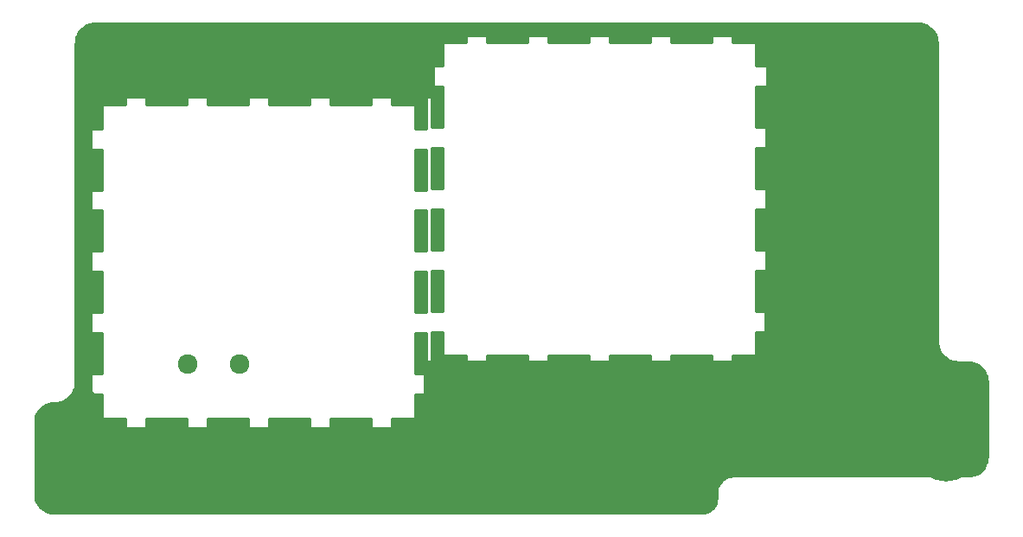
<source format=gbr>
%TF.GenerationSoftware,KiCad,Pcbnew,7.0.10-7.0.10~ubuntu23.04.1*%
%TF.CreationDate,2024-02-09T20:40:25+00:00*%
%TF.ProjectId,SPACEDOS01,53504143-4544-44f5-9330-312e6b696361,B*%
%TF.SameCoordinates,Original*%
%TF.FileFunction,Soldermask,Bot*%
%TF.FilePolarity,Negative*%
%FSLAX46Y46*%
G04 Gerber Fmt 4.6, Leading zero omitted, Abs format (unit mm)*
G04 Created by KiCad (PCBNEW 7.0.10-7.0.10~ubuntu23.04.1) date 2024-02-09 20:40:25*
%MOMM*%
%LPD*%
G01*
G04 APERTURE LIST*
G04 Aperture macros list*
%AMRoundRect*
0 Rectangle with rounded corners*
0 $1 Rounding radius*
0 $2 $3 $4 $5 $6 $7 $8 $9 X,Y pos of 4 corners*
0 Add a 4 corners polygon primitive as box body*
4,1,4,$2,$3,$4,$5,$6,$7,$8,$9,$2,$3,0*
0 Add four circle primitives for the rounded corners*
1,1,$1+$1,$2,$3*
1,1,$1+$1,$4,$5*
1,1,$1+$1,$6,$7*
1,1,$1+$1,$8,$9*
0 Add four rect primitives between the rounded corners*
20,1,$1+$1,$2,$3,$4,$5,0*
20,1,$1+$1,$4,$5,$6,$7,0*
20,1,$1+$1,$6,$7,$8,$9,0*
20,1,$1+$1,$8,$9,$2,$3,0*%
G04 Aperture macros list end*
%ADD10C,6.400000*%
%ADD11C,1.924000*%
%ADD12RoundRect,0.200000X0.762000X-0.762000X0.762000X0.762000X-0.762000X0.762000X-0.762000X-0.762000X0*%
%ADD13RoundRect,0.200000X-0.762000X-0.762000X0.762000X-0.762000X0.762000X0.762000X-0.762000X0.762000X0*%
%ADD14RoundRect,0.200000X0.762000X0.762000X-0.762000X0.762000X-0.762000X-0.762000X0.762000X-0.762000X0*%
%ADD15RoundRect,0.200000X0.500000X-0.500000X0.500000X0.500000X-0.500000X0.500000X-0.500000X-0.500000X0*%
%ADD16RoundRect,0.200000X1.150000X-0.500000X1.150000X0.500000X-1.150000X0.500000X-1.150000X-0.500000X0*%
%ADD17RoundRect,0.200000X1.900000X-0.500000X1.900000X0.500000X-1.900000X0.500000X-1.900000X-0.500000X0*%
%ADD18RoundRect,0.200000X0.500000X-1.150000X0.500000X1.150000X-0.500000X1.150000X-0.500000X-1.150000X0*%
%ADD19RoundRect,0.200000X0.500000X-1.900000X0.500000X1.900000X-0.500000X1.900000X-0.500000X-1.900000X0*%
%ADD20RoundRect,0.200000X-0.500000X-0.500000X0.500000X-0.500000X0.500000X0.500000X-0.500000X0.500000X0*%
%ADD21RoundRect,0.200000X-0.500000X-1.150000X0.500000X-1.150000X0.500000X1.150000X-0.500000X1.150000X0*%
%ADD22RoundRect,0.200000X-0.500000X-1.900000X0.500000X-1.900000X0.500000X1.900000X-0.500000X1.900000X0*%
%ADD23RoundRect,0.200000X-1.150000X-0.500000X1.150000X-0.500000X1.150000X0.500000X-1.150000X0.500000X0*%
%ADD24RoundRect,0.200000X-1.900000X-0.500000X1.900000X-0.500000X1.900000X0.500000X-1.900000X0.500000X0*%
G04 APERTURE END LIST*
D10*
%TO.C,M4*%
X113934528Y-84421653D03*
%TD*%
%TO.C,M2*%
X168824527Y-84421653D03*
%TD*%
%TO.C,M1*%
X181744527Y-122521653D03*
%TD*%
%TO.C,M3*%
X96014527Y-125061654D03*
%TD*%
D11*
%TO.C,D1*%
X112524527Y-114221653D03*
X107524527Y-114221653D03*
%TD*%
D12*
%TO.C,J19*%
X154942527Y-119473653D03*
X154942527Y-116933653D03*
%TD*%
D13*
%TO.C,J6*%
X152402527Y-116933653D03*
%TD*%
%TO.C,J4*%
X149862527Y-116933653D03*
%TD*%
%TO.C,J7*%
X152402527Y-119473653D03*
%TD*%
D14*
%TO.C,J3*%
X162562527Y-116933653D03*
X162562527Y-119473653D03*
%TD*%
%TO.C,J2*%
X157482527Y-116933653D03*
X157482527Y-119473653D03*
%TD*%
D15*
%TO.C,M10*%
X131930527Y-114037654D03*
D16*
X133580527Y-114037654D03*
D17*
X138830527Y-114037654D03*
X144830527Y-114037654D03*
X150830527Y-114037654D03*
X156830527Y-114037654D03*
D16*
X162080527Y-114037654D03*
D15*
X163730527Y-114037654D03*
D18*
X131930527Y-112387654D03*
X163730527Y-112387654D03*
D19*
X131930527Y-107137654D03*
X163730527Y-107137654D03*
X131930527Y-101137654D03*
X163730527Y-101137654D03*
X131930527Y-95137654D03*
X163730527Y-95137654D03*
X131930527Y-89137654D03*
X163730527Y-89137654D03*
D18*
X131930527Y-83887654D03*
X163730527Y-83887654D03*
D15*
X131930527Y-82237654D03*
D16*
X133580527Y-82237654D03*
D17*
X138830527Y-82237654D03*
X144830527Y-82237654D03*
X150830527Y-82237654D03*
X156830527Y-82237654D03*
D16*
X162080527Y-82237654D03*
D15*
X163730527Y-82237654D03*
%TD*%
D20*
%TO.C,M8*%
X98567627Y-88346353D03*
D21*
X98567627Y-89996353D03*
D22*
X98567627Y-95246353D03*
X98567627Y-101246353D03*
X98567627Y-107246353D03*
X98567627Y-113246353D03*
D21*
X98567627Y-118496353D03*
D20*
X98567627Y-120146353D03*
D23*
X100217627Y-88346353D03*
X100217627Y-120146353D03*
D24*
X105467627Y-88346353D03*
X105467627Y-120146353D03*
X111467627Y-88346353D03*
X111467627Y-120146353D03*
X117467627Y-88346353D03*
X117467627Y-120146353D03*
X123467627Y-88346353D03*
X123467627Y-120146353D03*
D23*
X128717627Y-88346353D03*
X128717627Y-120146353D03*
D20*
X130367627Y-88346353D03*
D21*
X130367627Y-89996353D03*
D22*
X130367627Y-95246353D03*
X130367627Y-101246353D03*
X130367627Y-107246353D03*
X130367627Y-113246353D03*
D21*
X130367627Y-118496353D03*
D20*
X130367627Y-120146353D03*
%TD*%
D13*
%TO.C,J5*%
X149862527Y-119473653D03*
%TD*%
%TO.C,J1*%
X160022527Y-119473653D03*
X160022527Y-116933653D03*
%TD*%
G36*
X131070473Y-128847429D02*
G01*
X131049514Y-128915261D01*
X130995208Y-128960993D01*
X130944488Y-128971653D01*
X97407153Y-128971653D01*
X97339032Y-128951651D01*
X97292539Y-128897995D01*
X97281162Y-128847167D01*
X97180582Y-120477788D01*
X97180660Y-120471599D01*
X97181240Y-120455977D01*
X97182303Y-120443670D01*
X97183994Y-120431238D01*
X97186262Y-120419072D01*
X97189163Y-120406871D01*
X97192608Y-120395003D01*
X97196695Y-120383133D01*
X97201290Y-120371649D01*
X97206517Y-120360245D01*
X97212215Y-120349272D01*
X97218533Y-120338436D01*
X97225281Y-120328071D01*
X97232639Y-120317897D01*
X97240370Y-120308241D01*
X97248679Y-120298851D01*
X97257311Y-120290009D01*
X97266502Y-120281476D01*
X97275963Y-120273518D01*
X97285955Y-120265919D01*
X97296159Y-120258922D01*
X97306841Y-120252345D01*
X97317673Y-120246386D01*
X97328949Y-120240886D01*
X97340318Y-120236017D01*
X97352075Y-120231650D01*
X97363857Y-120227920D01*
X97375997Y-120224723D01*
X97388110Y-120222162D01*
X97400486Y-120220176D01*
X97412758Y-120218818D01*
X97427927Y-120217889D01*
X97435629Y-120217653D01*
X98174527Y-120217653D01*
X98242648Y-120237654D01*
X98289141Y-120291310D01*
X98300527Y-120343653D01*
X98300527Y-120453538D01*
X98305002Y-120468777D01*
X98306392Y-120469982D01*
X98314075Y-120471652D01*
X130540412Y-120471653D01*
X130555651Y-120467178D01*
X130556856Y-120465788D01*
X130558527Y-120458105D01*
X130558527Y-120343653D01*
X130578529Y-120275532D01*
X130632185Y-120229039D01*
X130684527Y-120217653D01*
X130931439Y-120217653D01*
X130937621Y-120217805D01*
X130953236Y-120218572D01*
X130965542Y-120219784D01*
X130977953Y-120221625D01*
X130990080Y-120224037D01*
X131002260Y-120227088D01*
X131014092Y-120230677D01*
X131025897Y-120234901D01*
X131037325Y-120239634D01*
X131048668Y-120244999D01*
X131059579Y-120250831D01*
X131070337Y-120257280D01*
X131080606Y-120264142D01*
X131090690Y-120271620D01*
X131100260Y-120279474D01*
X131109552Y-120287897D01*
X131118283Y-120296628D01*
X131126705Y-120305920D01*
X131134560Y-120315490D01*
X131142038Y-120325574D01*
X131148900Y-120335843D01*
X131155349Y-120346601D01*
X131161181Y-120357512D01*
X131166546Y-120368855D01*
X131171279Y-120380282D01*
X131175503Y-120392088D01*
X131179091Y-120403920D01*
X131182143Y-120416101D01*
X131184555Y-120428227D01*
X131186397Y-120440638D01*
X131187608Y-120452941D01*
X131188352Y-120468080D01*
X131188491Y-120476041D01*
X131070473Y-128847429D01*
G37*
G36*
X98534525Y-128913774D02*
G01*
X98480869Y-128960267D01*
X98428527Y-128971653D01*
X94439028Y-128971653D01*
X94430040Y-128971333D01*
X94158882Y-128951939D01*
X94141087Y-128949380D01*
X93879873Y-128892556D01*
X93862624Y-128887492D01*
X93612141Y-128794067D01*
X93595787Y-128786598D01*
X93361152Y-128658477D01*
X93346029Y-128648758D01*
X93132017Y-128488550D01*
X93118431Y-128476777D01*
X92929403Y-128287749D01*
X92917630Y-128274163D01*
X92757422Y-128060151D01*
X92747703Y-128045028D01*
X92619582Y-127810393D01*
X92612113Y-127794039D01*
X92518689Y-127543556D01*
X92513623Y-127526307D01*
X92461406Y-127286270D01*
X92458527Y-127259486D01*
X92458527Y-119683820D01*
X92461406Y-119657037D01*
X92513624Y-119416999D01*
X92518688Y-119399750D01*
X92612113Y-119149267D01*
X92619582Y-119132913D01*
X92747703Y-118898278D01*
X92757422Y-118883155D01*
X92917630Y-118669143D01*
X92929403Y-118655557D01*
X93118431Y-118466529D01*
X93132017Y-118454756D01*
X93346029Y-118294548D01*
X93361152Y-118284829D01*
X93595787Y-118156709D01*
X93612141Y-118149239D01*
X93862624Y-118055814D01*
X93879873Y-118050750D01*
X94141087Y-117993926D01*
X94158881Y-117991367D01*
X94714666Y-117951616D01*
X94723561Y-117950338D01*
X94993585Y-117891598D01*
X95002212Y-117889065D01*
X95261145Y-117792488D01*
X95269302Y-117788763D01*
X95511855Y-117656319D01*
X95519417Y-117651460D01*
X95740644Y-117485849D01*
X95747433Y-117479967D01*
X95942841Y-117284559D01*
X95948724Y-117277770D01*
X96114334Y-117056543D01*
X96119194Y-117048982D01*
X96146338Y-116999268D01*
X96196540Y-116949066D01*
X96256926Y-116933653D01*
X98174527Y-116933653D01*
X98242648Y-116953655D01*
X98289141Y-117007311D01*
X98300527Y-117059653D01*
X98300527Y-120453538D01*
X98305002Y-120468777D01*
X98306392Y-120469982D01*
X98314075Y-120471652D01*
X98428527Y-120471653D01*
X98496649Y-120491655D01*
X98543141Y-120545311D01*
X98554527Y-120597653D01*
X98554527Y-128845653D01*
X98534525Y-128913774D01*
G37*
G36*
X98418525Y-88163774D02*
G01*
X98364869Y-88210267D01*
X98312527Y-88221653D01*
X98202642Y-88221653D01*
X98187402Y-88226128D01*
X98186198Y-88227518D01*
X98184527Y-88235201D01*
X98184527Y-116915538D01*
X98189002Y-116930777D01*
X98190394Y-116931983D01*
X98201310Y-116934358D01*
X98263624Y-116968383D01*
X98297648Y-117030695D01*
X98300527Y-117057478D01*
X98300527Y-120453538D01*
X98305002Y-120468777D01*
X98306392Y-120469982D01*
X98327310Y-120474532D01*
X98327011Y-120475906D01*
X98380648Y-120491655D01*
X98427141Y-120545311D01*
X98438527Y-120597653D01*
X98438527Y-121218565D01*
X98438375Y-121224747D01*
X98437608Y-121240362D01*
X98436396Y-121252667D01*
X98434555Y-121265079D01*
X98432143Y-121277205D01*
X98429092Y-121289386D01*
X98425503Y-121301218D01*
X98421279Y-121313024D01*
X98416546Y-121324451D01*
X98411181Y-121335794D01*
X98405349Y-121346705D01*
X98398900Y-121357463D01*
X98392038Y-121367732D01*
X98384560Y-121377816D01*
X98376706Y-121387386D01*
X98368283Y-121396678D01*
X98359552Y-121405410D01*
X98350260Y-121413832D01*
X98340690Y-121421686D01*
X98330606Y-121429164D01*
X98320337Y-121436026D01*
X98309579Y-121442475D01*
X98298669Y-121448307D01*
X98287325Y-121453672D01*
X98275898Y-121458405D01*
X98264092Y-121462629D01*
X98252260Y-121466218D01*
X98240078Y-121469269D01*
X98227954Y-121471681D01*
X98215542Y-121473522D01*
X98203236Y-121474734D01*
X98187621Y-121475501D01*
X98181439Y-121475653D01*
X96187615Y-121475653D01*
X96181433Y-121475501D01*
X96165818Y-121474734D01*
X96153512Y-121473522D01*
X96141100Y-121471681D01*
X96128975Y-121469268D01*
X96116794Y-121466218D01*
X96104962Y-121462629D01*
X96093157Y-121458405D01*
X96081729Y-121453672D01*
X96070386Y-121448307D01*
X96059475Y-121442475D01*
X96048717Y-121436026D01*
X96038448Y-121429164D01*
X96028364Y-121421686D01*
X96018794Y-121413832D01*
X96009502Y-121405409D01*
X96000771Y-121396678D01*
X95992349Y-121387386D01*
X95984494Y-121377816D01*
X95977016Y-121367732D01*
X95970154Y-121357463D01*
X95963705Y-121346705D01*
X95957873Y-121335794D01*
X95952508Y-121324451D01*
X95947775Y-121313024D01*
X95943551Y-121301218D01*
X95939963Y-121289386D01*
X95936911Y-121277205D01*
X95934499Y-121265079D01*
X95932657Y-121252668D01*
X95931446Y-121240362D01*
X95930679Y-121224747D01*
X95930527Y-121218565D01*
X95930527Y-117344014D01*
X95950529Y-117275894D01*
X95955660Y-117268506D01*
X96114334Y-117056543D01*
X96119193Y-117048981D01*
X96182167Y-116933653D01*
X96184196Y-116934761D01*
X96189874Y-116919540D01*
X96251637Y-116806428D01*
X96255362Y-116798271D01*
X96351939Y-116539338D01*
X96354472Y-116530711D01*
X96413212Y-116260687D01*
X96414491Y-116251792D01*
X96434366Y-115973903D01*
X96434527Y-115969396D01*
X96434527Y-87093653D01*
X96454529Y-87025532D01*
X96508185Y-86979039D01*
X96560527Y-86967653D01*
X98181439Y-86967653D01*
X98187621Y-86967805D01*
X98203236Y-86968572D01*
X98215542Y-86969784D01*
X98227953Y-86971625D01*
X98240079Y-86974037D01*
X98252260Y-86977088D01*
X98264092Y-86980677D01*
X98275898Y-86984901D01*
X98287325Y-86989634D01*
X98298668Y-86994999D01*
X98309579Y-87000831D01*
X98320337Y-87007279D01*
X98330606Y-87014142D01*
X98340690Y-87021620D01*
X98350260Y-87029474D01*
X98359552Y-87037897D01*
X98368282Y-87046628D01*
X98376706Y-87055920D01*
X98384560Y-87065491D01*
X98392038Y-87075574D01*
X98398900Y-87085843D01*
X98405349Y-87096600D01*
X98411181Y-87107512D01*
X98416546Y-87118855D01*
X98421279Y-87130282D01*
X98425504Y-87142088D01*
X98429092Y-87153920D01*
X98432143Y-87166101D01*
X98434555Y-87178227D01*
X98436396Y-87190638D01*
X98437608Y-87202944D01*
X98438375Y-87218559D01*
X98438526Y-87224741D01*
X98438527Y-88095653D01*
X98418525Y-88163774D01*
G37*
G36*
X131918525Y-82163774D02*
G01*
X131864869Y-82210267D01*
X131812528Y-82221653D01*
X131702642Y-82221653D01*
X131687403Y-82226128D01*
X131686198Y-82227518D01*
X131684527Y-82235201D01*
X131684527Y-88095653D01*
X131664524Y-88163774D01*
X131610868Y-88210267D01*
X131558527Y-88221653D01*
X98202642Y-88221653D01*
X98187402Y-88226128D01*
X98186198Y-88227518D01*
X98184527Y-88235201D01*
X98184527Y-88349653D01*
X98164525Y-88417774D01*
X98110869Y-88464267D01*
X98058527Y-88475653D01*
X96560527Y-88475653D01*
X96492406Y-88455651D01*
X96445913Y-88401995D01*
X96434526Y-88349653D01*
X96434527Y-82816154D01*
X96434848Y-82807166D01*
X96454241Y-82536008D01*
X96456800Y-82518213D01*
X96513623Y-82256999D01*
X96518688Y-82239750D01*
X96612113Y-81989267D01*
X96619582Y-81972913D01*
X96747703Y-81738278D01*
X96757422Y-81723155D01*
X96917630Y-81509143D01*
X96929403Y-81495557D01*
X97118431Y-81306529D01*
X97132017Y-81294756D01*
X97346029Y-81134548D01*
X97361152Y-81124829D01*
X97595787Y-80996708D01*
X97612141Y-80989239D01*
X97862624Y-80895814D01*
X97879873Y-80890750D01*
X98141087Y-80833926D01*
X98158882Y-80831366D01*
X98430040Y-80811974D01*
X98439029Y-80811653D01*
X131812527Y-80811653D01*
X131880647Y-80831655D01*
X131927141Y-80885312D01*
X131938527Y-80937653D01*
X131938527Y-82095654D01*
X131918525Y-82163774D01*
G37*
G36*
X164938375Y-82224747D02*
G01*
X164937608Y-82240362D01*
X164936396Y-82252668D01*
X164934555Y-82265079D01*
X164932143Y-82277205D01*
X164929092Y-82289386D01*
X164925502Y-82301218D01*
X164921279Y-82313024D01*
X164916546Y-82324451D01*
X164911181Y-82335794D01*
X164905349Y-82346705D01*
X164898900Y-82357463D01*
X164892039Y-82367732D01*
X164884559Y-82377816D01*
X164876706Y-82387386D01*
X164868283Y-82396678D01*
X164859552Y-82405409D01*
X164850260Y-82413833D01*
X164840690Y-82421686D01*
X164830606Y-82429164D01*
X164820337Y-82436026D01*
X164809579Y-82442475D01*
X164798668Y-82448307D01*
X164787325Y-82453672D01*
X164775898Y-82458405D01*
X164764092Y-82462629D01*
X164752260Y-82466218D01*
X164740079Y-82469269D01*
X164727953Y-82471681D01*
X164715542Y-82473522D01*
X164703236Y-82474733D01*
X164687621Y-82475501D01*
X164681439Y-82475653D01*
X164205213Y-82475653D01*
X164137092Y-82455651D01*
X164090599Y-82401995D01*
X164079214Y-82349123D01*
X164079674Y-82239768D01*
X164075264Y-82224511D01*
X164073984Y-82223393D01*
X164066068Y-82221653D01*
X131702642Y-82221653D01*
X131687403Y-82226128D01*
X131686198Y-82227518D01*
X131684527Y-82235201D01*
X131684527Y-82242491D01*
X131664525Y-82310612D01*
X131610869Y-82357105D01*
X131540595Y-82367209D01*
X131476015Y-82337715D01*
X131437631Y-82277990D01*
X131433891Y-82260981D01*
X131432658Y-82252671D01*
X131431446Y-82240362D01*
X131430679Y-82224747D01*
X131430527Y-82218565D01*
X131430527Y-80937653D01*
X131450528Y-80869532D01*
X131504184Y-80823039D01*
X131556527Y-80811653D01*
X164812527Y-80811653D01*
X164880648Y-80831655D01*
X164927141Y-80885311D01*
X164938527Y-80937653D01*
X164938527Y-82218565D01*
X164938375Y-82224747D01*
G37*
G36*
X182628375Y-116682747D02*
G01*
X182627608Y-116698362D01*
X182626395Y-116710668D01*
X182624555Y-116723079D01*
X182622143Y-116735205D01*
X182619092Y-116747386D01*
X182615503Y-116759218D01*
X182611279Y-116771024D01*
X182606546Y-116782451D01*
X182601181Y-116793794D01*
X182595349Y-116804705D01*
X182588900Y-116815463D01*
X182582038Y-116825732D01*
X182574560Y-116835816D01*
X182566706Y-116845386D01*
X182558283Y-116854678D01*
X182549552Y-116863410D01*
X182540260Y-116871832D01*
X182530690Y-116879686D01*
X182520606Y-116887164D01*
X182510337Y-116894026D01*
X182499579Y-116900475D01*
X182488668Y-116906308D01*
X182477325Y-116911672D01*
X182465898Y-116916405D01*
X182454092Y-116920629D01*
X182442260Y-116924218D01*
X182430078Y-116927269D01*
X182417949Y-116929682D01*
X182405468Y-116931533D01*
X182393312Y-116932737D01*
X182378138Y-116933499D01*
X182372097Y-116933658D01*
X163938190Y-116975645D01*
X163932013Y-116975507D01*
X163916392Y-116974776D01*
X163904078Y-116973592D01*
X163891668Y-116971780D01*
X163879530Y-116969393D01*
X163867358Y-116966374D01*
X163855521Y-116962812D01*
X163843690Y-116958609D01*
X163832261Y-116953906D01*
X163820909Y-116948568D01*
X163809985Y-116942762D01*
X163799207Y-116936335D01*
X163788908Y-116929487D01*
X163778817Y-116922039D01*
X163769251Y-116914225D01*
X163759928Y-116905815D01*
X163751154Y-116897080D01*
X163742719Y-116887815D01*
X163734857Y-116878279D01*
X163727349Y-116868205D01*
X163720460Y-116857944D01*
X163713990Y-116847206D01*
X163708130Y-116836304D01*
X163702740Y-116824973D01*
X163697985Y-116813569D01*
X163693734Y-116801771D01*
X163690118Y-116789949D01*
X163687037Y-116777769D01*
X163684597Y-116765644D01*
X163682759Y-116753453D01*
X163681499Y-116740734D01*
X163680688Y-116723878D01*
X163680543Y-116717293D01*
X163691934Y-114011122D01*
X163712223Y-113943087D01*
X163766074Y-113896820D01*
X163817933Y-113885653D01*
X163928350Y-113885653D01*
X163943589Y-113881177D01*
X163944887Y-113879681D01*
X163946521Y-113872241D01*
X164085157Y-80937123D01*
X164105446Y-80869087D01*
X164159297Y-80822820D01*
X164211155Y-80811653D01*
X179030026Y-80811653D01*
X179039014Y-80811974D01*
X179310172Y-80831367D01*
X179327967Y-80833925D01*
X179589181Y-80890750D01*
X179606430Y-80895814D01*
X179856913Y-80989239D01*
X179873267Y-80996708D01*
X180107902Y-81124829D01*
X180123025Y-81134548D01*
X180337037Y-81294756D01*
X180350623Y-81306529D01*
X180539651Y-81495557D01*
X180551424Y-81509143D01*
X180711632Y-81723155D01*
X180721351Y-81738278D01*
X180849472Y-81972913D01*
X180856941Y-81989267D01*
X180950366Y-82239750D01*
X180955430Y-82256999D01*
X181012254Y-82518213D01*
X181014813Y-82536008D01*
X181034206Y-82807166D01*
X181034527Y-82816154D01*
X181034527Y-111969395D01*
X181034688Y-111973903D01*
X181054563Y-112251792D01*
X181055842Y-112260687D01*
X181114583Y-112530711D01*
X181117115Y-112539338D01*
X181213691Y-112798271D01*
X181217417Y-112806428D01*
X181349861Y-113048981D01*
X181354721Y-113056543D01*
X181520330Y-113277770D01*
X181526214Y-113284559D01*
X181721621Y-113479966D01*
X181728410Y-113485850D01*
X181949637Y-113651459D01*
X181957199Y-113656319D01*
X182199752Y-113788764D01*
X182207904Y-113792486D01*
X182311178Y-113831005D01*
X182349833Y-113859943D01*
X182351041Y-113858549D01*
X182380392Y-113883982D01*
X182388075Y-113885653D01*
X182437105Y-113885653D01*
X182472600Y-113890756D01*
X182475458Y-113891595D01*
X182529312Y-113903311D01*
X182591623Y-113937337D01*
X182625649Y-113999649D01*
X182628527Y-114026431D01*
X182628527Y-116676565D01*
X182628375Y-116682747D01*
G37*
G36*
X185934206Y-123376140D02*
G01*
X185914812Y-123647298D01*
X185912254Y-123665093D01*
X185855430Y-123926307D01*
X185850366Y-123943557D01*
X185756941Y-124194039D01*
X185749472Y-124210393D01*
X185621351Y-124445028D01*
X185611632Y-124460151D01*
X185451424Y-124674163D01*
X185439651Y-124687749D01*
X185250623Y-124876777D01*
X185237037Y-124888550D01*
X185023025Y-125048758D01*
X185007902Y-125058477D01*
X184773267Y-125186598D01*
X184756913Y-125194066D01*
X184506430Y-125287492D01*
X184489181Y-125292556D01*
X184227967Y-125349380D01*
X184210172Y-125351939D01*
X183939014Y-125371332D01*
X183930026Y-125371653D01*
X160936997Y-125371653D01*
X160932070Y-125371846D01*
X160704810Y-125389732D01*
X160695061Y-125391275D01*
X160475814Y-125443913D01*
X160466429Y-125446962D01*
X160258113Y-125533249D01*
X160249318Y-125537731D01*
X160057074Y-125655539D01*
X160049081Y-125661346D01*
X159877630Y-125807780D01*
X159870654Y-125814756D01*
X159724220Y-125986207D01*
X159718413Y-125994200D01*
X159600605Y-126186444D01*
X159596123Y-126195239D01*
X159509836Y-126403555D01*
X159506787Y-126412940D01*
X159454148Y-126632188D01*
X159452606Y-126641935D01*
X159434720Y-126869196D01*
X159434527Y-126874122D01*
X159434528Y-127466697D01*
X159434139Y-127476583D01*
X159416838Y-127696420D01*
X159413745Y-127715949D01*
X159363427Y-127925537D01*
X159357317Y-127944341D01*
X159274831Y-128143481D01*
X159265854Y-128161099D01*
X159153233Y-128344877D01*
X159141612Y-128360872D01*
X159001627Y-128524773D01*
X158987647Y-128538753D01*
X158823746Y-128678738D01*
X158807751Y-128690359D01*
X158623973Y-128802980D01*
X158606355Y-128811957D01*
X158407215Y-128894443D01*
X158388411Y-128900553D01*
X158178823Y-128950871D01*
X158159294Y-128953964D01*
X157939457Y-128971265D01*
X157929571Y-128971654D01*
X130430527Y-128971653D01*
X130362406Y-128951651D01*
X130315913Y-128897995D01*
X130304527Y-128845653D01*
X130304527Y-120597652D01*
X130324529Y-120529532D01*
X130378185Y-120483039D01*
X130430527Y-120471652D01*
X130540412Y-120471653D01*
X130555651Y-120467178D01*
X130556856Y-120465788D01*
X130558527Y-120458105D01*
X130558527Y-114011653D01*
X130578529Y-113943532D01*
X130632185Y-113897039D01*
X130684527Y-113885653D01*
X182437106Y-113885653D01*
X182472601Y-113890756D01*
X182475464Y-113891597D01*
X182745493Y-113950338D01*
X182754388Y-113951617D01*
X183032277Y-113971492D01*
X183036784Y-113971652D01*
X183930026Y-113971653D01*
X183939014Y-113971974D01*
X184210172Y-113991367D01*
X184227967Y-113993926D01*
X184489181Y-114050750D01*
X184506430Y-114055814D01*
X184756913Y-114149240D01*
X184773267Y-114156708D01*
X185007902Y-114284829D01*
X185023025Y-114294548D01*
X185237037Y-114454756D01*
X185250623Y-114466529D01*
X185439651Y-114655557D01*
X185451424Y-114669143D01*
X185611632Y-114883155D01*
X185621351Y-114898278D01*
X185749472Y-115132913D01*
X185756941Y-115149267D01*
X185850366Y-115399749D01*
X185855430Y-115416999D01*
X185912254Y-115678213D01*
X185914812Y-115696008D01*
X185934206Y-115967166D01*
X185934527Y-115976154D01*
X185934527Y-123367152D01*
X185934206Y-123376140D01*
G37*
M02*

</source>
